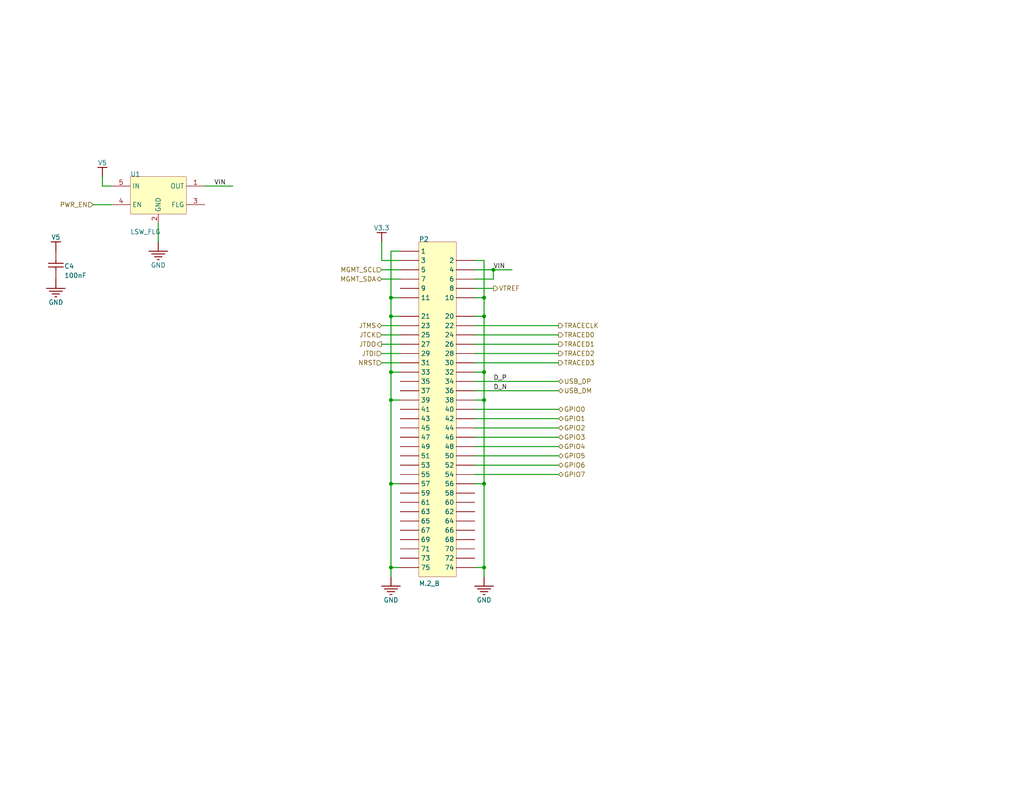
<source format=kicad_sch>
(kicad_sch (version 20231120) (generator "eeschema") (generator_version "8.0")
  (paper "A")
  (lib_symbols
    (symbol "top-altium-import:GND_POWER_GROUND" (power)
      (property "Reference" "#PWR" (at 0 0 0))
      (property "Value" "GND" (at 0 6.35 0))
      (symbol "GND_POWER_GROUND_0_0"
        (polyline (pts (xy -2.54 -2.54) (xy 2.54 -2.54)) (stroke (width 0.254)))
        (polyline (pts (xy -1.778 -3.302) (xy 1.778 -3.302)) (stroke (width 0.254)))
        (polyline (pts (xy -1.016 -4.064) (xy 1.016 -4.064)) (stroke (width 0.254)))
        (polyline (pts (xy -0.254 -4.826) (xy 0.254 -4.826)) (stroke (width 0.254)))
        (polyline (pts (xy 0 0) (xy 0 -2.54)) (stroke (width 0.254)))
        (pin power_in line (at 0 0 0) (length 0) hide (name "GND") (number ""))
      )
    )
    (symbol "top-altium-import:Repeat(TARGET,1,8)_0_LSW_FLG"
      (symbol "Repeat(TARGET,1,8)_0_LSW_FLG_1_0"
        (rectangle (start 7.62 5.08) (end -7.62 -5.08) (stroke (width 0.0254) (color 128 0 0 1)) (fill (type background)))
        (pin passive line (at 12.7 2.54 180) (length 5.08) (name "OUT") (number "1"))
        (pin passive line (at 0 -7.62 90) (length 2.54) (name "GND") (number "2"))
        (pin passive line (at 12.7 -2.54 180) (length 5.08) (name "FLG") (number "3"))
        (pin passive line (at -12.7 -2.54 0) (length 5.08) (name "EN") (number "4"))
        (pin passive line (at -12.7 2.54 0) (length 5.08) (name "IN") (number "5"))
      )
    )
    (symbol "top-altium-import:Repeat(TARGET,1,8)_0_M.2_B"
      (symbol "Repeat(TARGET,1,8)_0_M.2_B_1_0"
        (rectangle (start 5.08 43.18) (end -5.08 -48.26) (stroke (width 0.0254) (color 128 0 0 1)) (fill (type background)))
        (pin passive line (at -10.16 40.64 0) (length 5.08) (name "1") (number "1"))
        (pin passive line (at 10.16 27.94 180) (length 5.08) (name "10") (number "10"))
        (pin passive line (at -10.16 27.94 0) (length 5.08) (name "11") (number "11"))
        (pin passive line (at 10.16 38.1 180) (length 5.08) (name "2") (number "2"))
        (pin passive line (at 10.16 22.86 180) (length 5.08) (name "20") (number "20"))
        (pin passive line (at -10.16 22.86 0) (length 5.08) (name "21") (number "21"))
        (pin passive line (at 10.16 20.32 180) (length 5.08) (name "22") (number "22"))
        (pin passive line (at -10.16 20.32 0) (length 5.08) (name "23") (number "23"))
        (pin passive line (at 10.16 17.78 180) (length 5.08) (name "24") (number "24"))
        (pin passive line (at -10.16 17.78 0) (length 5.08) (name "25") (number "25"))
        (pin passive line (at 10.16 15.24 180) (length 5.08) (name "26") (number "26"))
        (pin passive line (at -10.16 15.24 0) (length 5.08) (name "27") (number "27"))
        (pin passive line (at 10.16 12.7 180) (length 5.08) (name "28") (number "28"))
        (pin passive line (at -10.16 12.7 0) (length 5.08) (name "29") (number "29"))
        (pin passive line (at -10.16 38.1 0) (length 5.08) (name "3") (number "3"))
        (pin passive line (at 10.16 10.16 180) (length 5.08) (name "30") (number "30"))
        (pin passive line (at -10.16 10.16 0) (length 5.08) (name "31") (number "31"))
        (pin passive line (at 10.16 7.62 180) (length 5.08) (name "32") (number "32"))
        (pin passive line (at -10.16 7.62 0) (length 5.08) (name "33") (number "33"))
        (pin passive line (at 10.16 5.08 180) (length 5.08) (name "34") (number "34"))
        (pin passive line (at -10.16 5.08 0) (length 5.08) (name "35") (number "35"))
        (pin passive line (at 10.16 2.54 180) (length 5.08) (name "36") (number "36"))
        (pin passive line (at -10.16 2.54 0) (length 5.08) (name "37") (number "37"))
        (pin passive line (at 10.16 0 180) (length 5.08) (name "38") (number "38"))
        (pin passive line (at -10.16 0 0) (length 5.08) (name "39") (number "39"))
        (pin passive line (at 10.16 35.56 180) (length 5.08) (name "4") (number "4"))
        (pin passive line (at 10.16 -2.54 180) (length 5.08) (name "40") (number "40"))
        (pin passive line (at -10.16 -2.54 0) (length 5.08) (name "41") (number "41"))
        (pin passive line (at 10.16 -5.08 180) (length 5.08) (name "42") (number "42"))
        (pin passive line (at -10.16 -5.08 0) (length 5.08) (name "43") (number "43"))
        (pin passive line (at 10.16 -7.62 180) (length 5.08) (name "44") (number "44"))
        (pin passive line (at -10.16 -7.62 0) (length 5.08) (name "45") (number "45"))
        (pin passive line (at 10.16 -10.16 180) (length 5.08) (name "46") (number "46"))
        (pin passive line (at -10.16 -10.16 0) (length 5.08) (name "47") (number "47"))
        (pin passive line (at 10.16 -12.7 180) (length 5.08) (name "48") (number "48"))
        (pin passive line (at -10.16 -12.7 0) (length 5.08) (name "49") (number "49"))
        (pin passive line (at -10.16 35.56 0) (length 5.08) (name "5") (number "5"))
        (pin passive line (at 10.16 -15.24 180) (length 5.08) (name "50") (number "50"))
        (pin passive line (at -10.16 -15.24 0) (length 5.08) (name "51") (number "51"))
        (pin passive line (at 10.16 -17.78 180) (length 5.08) (name "52") (number "52"))
        (pin passive line (at -10.16 -17.78 0) (length 5.08) (name "53") (number "53"))
        (pin passive line (at 10.16 -20.32 180) (length 5.08) (name "54") (number "54"))
        (pin passive line (at -10.16 -20.32 0) (length 5.08) (name "55") (number "55"))
        (pin passive line (at 10.16 -22.86 180) (length 5.08) (name "56") (number "56"))
        (pin passive line (at -10.16 -22.86 0) (length 5.08) (name "57") (number "57"))
        (pin passive line (at 10.16 -25.4 180) (length 5.08) (name "58") (number "58"))
        (pin passive line (at -10.16 -25.4 0) (length 5.08) (name "59") (number "59"))
        (pin passive line (at 10.16 33.02 180) (length 5.08) (name "6") (number "6"))
        (pin passive line (at 10.16 -27.94 180) (length 5.08) (name "60") (number "60"))
        (pin passive line (at -10.16 -27.94 0) (length 5.08) (name "61") (number "61"))
        (pin passive line (at 10.16 -30.48 180) (length 5.08) (name "62") (number "62"))
        (pin passive line (at -10.16 -30.48 0) (length 5.08) (name "63") (number "63"))
        (pin passive line (at 10.16 -33.02 180) (length 5.08) (name "64") (number "64"))
        (pin passive line (at -10.16 -33.02 0) (length 5.08) (name "65") (number "65"))
        (pin passive line (at 10.16 -35.56 180) (length 5.08) (name "66") (number "66"))
        (pin passive line (at -10.16 -35.56 0) (length 5.08) (name "67") (number "67"))
        (pin passive line (at 10.16 -38.1 180) (length 5.08) (name "68") (number "68"))
        (pin passive line (at -10.16 -38.1 0) (length 5.08) (name "69") (number "69"))
        (pin passive line (at -10.16 33.02 0) (length 5.08) (name "7") (number "7"))
        (pin passive line (at 10.16 -40.64 180) (length 5.08) (name "70") (number "70"))
        (pin passive line (at -10.16 -40.64 0) (length 5.08) (name "71") (number "71"))
        (pin passive line (at 10.16 -43.18 180) (length 5.08) (name "72") (number "72"))
        (pin passive line (at -10.16 -43.18 0) (length 5.08) (name "73") (number "73"))
        (pin passive line (at 10.16 -45.72 180) (length 5.08) (name "74") (number "74"))
        (pin passive line (at -10.16 -45.72 0) (length 5.08) (name "75") (number "75"))
        (pin passive line (at 10.16 30.48 180) (length 5.08) (name "8") (number "8"))
        (pin passive line (at -10.16 30.48 0) (length 5.08) (name "9") (number "9"))
      )
    )
    (symbol "top-altium-import:Repeat(TARGET,1,8)_1_Capacitor"
      (symbol "Repeat(TARGET,1,8)_1_Capacitor_1_0"
        (polyline (pts (xy -2.032 0.762) (xy 2.032 0.762)) (stroke (width 0.254)))
        (polyline (pts (xy 0 0) (xy 0 0.762)) (stroke (width 0.254)))
        (polyline (pts (xy 0 1.778) (xy 0 2.54)) (stroke (width 0.254)))
        (polyline (pts (xy 2.032 1.778) (xy -2.032 1.778)) (stroke (width 0.254)))
        (pin passive line (at 0 -2.54 90) (length 2.54) (name "1") (number "1"))
        (pin passive line (at 0 5.08 270) (length 2.54) (name "2") (number "2"))
      )
    )
    (symbol "top-altium-import:V3.3_BAR" (power)
      (property "Reference" "#PWR" (at 0 0 0))
      (property "Value" "V3.3" (at 0 3.81 0))
      (symbol "V3.3_BAR_0_0"
        (polyline (pts (xy -1.27 -2.54) (xy 1.27 -2.54)) (stroke (width 0.254)))
        (polyline (pts (xy 0 0) (xy 0 -2.54)) (stroke (width 0.254)))
        (pin power_in line (at 0 0 0) (length 0) hide (name "V3.3") (number ""))
      )
    )
    (symbol "top-altium-import:V5_BAR" (power)
      (property "Reference" "#PWR" (at 0 0 0))
      (property "Value" "V5" (at 0 3.81 0))
      (symbol "V5_BAR_0_0"
        (polyline (pts (xy -1.27 -2.54) (xy 1.27 -2.54)) (stroke (width 0.254)))
        (polyline (pts (xy 0 0) (xy 0 -2.54)) (stroke (width 0.254)))
        (pin power_in line (at 0 0 0) (length 0) hide (name "V5") (number ""))
      )
    )
  )
  (junction (at 106.68 109.22))
  (junction (at 132.08 154.94))
  (junction (at 106.68 101.6))
  (junction (at 106.68 86.36))
  (junction (at 132.08 86.36))
  (junction (at 132.08 109.22))
  (junction (at 132.08 132.08))
  (junction (at 134.62 73.66))
  (junction (at 106.68 81.28))
  (junction (at 106.68 132.08))
  (junction (at 132.08 101.6))
  (junction (at 106.68 154.94))
  (junction (at 132.08 81.28))
  (wire (pts (xy 152.4 99.06) (xy 129.54 99.06)) (stroke (width 0.254)))
  (wire (pts (xy 104.14 73.66) (xy 109.22 73.66)) (stroke (width 0.254)))
  (wire (pts (xy 129.54 76.2) (xy 134.62 76.2)) (stroke (width 0.254)))
  (wire (pts (xy 152.4 104.14) (xy 129.54 104.14)) (stroke (width 0.254)))
  (wire (pts (xy 104.14 66.04) (xy 104.14 71.12)) (stroke (width 0.254)))
  (wire (pts (xy 129.54 86.36) (xy 132.08 86.36)) (stroke (width 0.254)))
  (wire (pts (xy 106.68 109.22) (xy 106.68 101.6)) (stroke (width 0.254)))
  (wire (pts (xy 106.68 132.08) (xy 106.68 109.22)) (stroke (width 0.254)))
  (wire (pts (xy 109.22 154.94) (xy 106.68 154.94)) (stroke (width 0.254)))
  (wire (pts (xy 132.08 101.6) (xy 132.08 86.36)) (stroke (width 0.254)))
  (wire (pts (xy 129.54 101.6) (xy 132.08 101.6)) (stroke (width 0.254)))
  (wire (pts (xy 152.4 96.52) (xy 129.54 96.52)) (stroke (width 0.254)))
  (wire (pts (xy 152.4 124.46) (xy 129.54 124.46)) (stroke (width 0.254)))
  (wire (pts (xy 129.54 81.28) (xy 132.08 81.28)) (stroke (width 0.254)))
  (wire (pts (xy 152.4 119.38) (xy 129.54 119.38)) (stroke (width 0.254)))
  (wire (pts (xy 27.94 48.26) (xy 27.94 50.8)) (stroke (width 0.254)))
  (wire (pts (xy 106.68 154.94) (xy 106.68 132.08)) (stroke (width 0.254)))
  (wire (pts (xy 104.14 99.06) (xy 109.22 99.06)) (stroke (width 0.254)))
  (wire (pts (xy 109.22 132.08) (xy 106.68 132.08)) (stroke (width 0.254)))
  (wire (pts (xy 43.18 66.04) (xy 43.18 60.96)) (stroke (width 0.254)))
  (wire (pts (xy 104.14 76.2) (xy 109.22 76.2)) (stroke (width 0.254)))
  (wire (pts (xy 134.62 73.66) (xy 139.7 73.66)) (stroke (width 0.254)))
  (wire (pts (xy 106.68 68.58) (xy 109.22 68.58)) (stroke (width 0.254)))
  (wire (pts (xy 129.54 78.74) (xy 134.62 78.74)) (stroke (width 0.254)))
  (wire (pts (xy 104.14 88.9) (xy 109.22 88.9)) (stroke (width 0.254)))
  (wire (pts (xy 104.14 96.52) (xy 109.22 96.52)) (stroke (width 0.254)))
  (wire (pts (xy 104.14 71.12) (xy 109.22 71.12)) (stroke (width 0.254)))
  (wire (pts (xy 152.4 106.68) (xy 129.54 106.68)) (stroke (width 0.254)))
  (wire (pts (xy 132.08 157.48) (xy 132.08 154.94)) (stroke (width 0.254)))
  (wire (pts (xy 132.08 71.12) (xy 129.54 71.12)) (stroke (width 0.254)))
  (wire (pts (xy 104.14 93.98) (xy 109.22 93.98)) (stroke (width 0.254)))
  (wire (pts (xy 25.4 55.88) (xy 30.48 55.88)) (stroke (width 0.254)))
  (wire (pts (xy 132.08 132.08) (xy 132.08 109.22)) (stroke (width 0.254)))
  (wire (pts (xy 132.08 86.36) (xy 132.08 81.28)) (stroke (width 0.254)))
  (wire (pts (xy 106.68 101.6) (xy 106.68 86.36)) (stroke (width 0.254)))
  (wire (pts (xy 152.4 88.9) (xy 129.54 88.9)) (stroke (width 0.254)))
  (wire (pts (xy 152.4 121.92) (xy 129.54 121.92)) (stroke (width 0.254)))
  (wire (pts (xy 109.22 109.22) (xy 106.68 109.22)) (stroke (width 0.254)))
  (wire (pts (xy 106.68 81.28) (xy 109.22 81.28)) (stroke (width 0.254)))
  (wire (pts (xy 152.4 129.54) (xy 129.54 129.54)) (stroke (width 0.254)))
  (wire (pts (xy 132.08 109.22) (xy 132.08 101.6)) (stroke (width 0.254)))
  (wire (pts (xy 152.4 93.98) (xy 129.54 93.98)) (stroke (width 0.254)))
  (wire (pts (xy 129.54 154.94) (xy 132.08 154.94)) (stroke (width 0.254)))
  (wire (pts (xy 152.4 127) (xy 129.54 127)) (stroke (width 0.254)))
  (wire (pts (xy 129.54 73.66) (xy 134.62 73.66)) (stroke (width 0.254)))
  (wire (pts (xy 106.68 86.36) (xy 109.22 86.36)) (stroke (width 0.254)))
  (wire (pts (xy 106.68 81.28) (xy 106.68 68.58)) (stroke (width 0.254)))
  (wire (pts (xy 134.62 76.2) (xy 134.62 73.66)) (stroke (width 0.254)))
  (wire (pts (xy 106.68 101.6) (xy 109.22 101.6)) (stroke (width 0.254)))
  (wire (pts (xy 152.4 91.44) (xy 129.54 91.44)) (stroke (width 0.254)))
  (wire (pts (xy 106.68 86.36) (xy 106.68 81.28)) (stroke (width 0.254)))
  (wire (pts (xy 106.68 157.48) (xy 106.68 154.94)) (stroke (width 0.254)))
  (wire (pts (xy 104.14 91.44) (xy 109.22 91.44)) (stroke (width 0.254)))
  (wire (pts (xy 129.54 132.08) (xy 132.08 132.08)) (stroke (width 0.254)))
  (wire (pts (xy 152.4 111.76) (xy 129.54 111.76)) (stroke (width 0.254)))
  (wire (pts (xy 55.88 50.8) (xy 63.5 50.8)) (stroke (width 0.254)))
  (wire (pts (xy 132.08 154.94) (xy 132.08 132.08)) (stroke (width 0.254)))
  (wire (pts (xy 27.94 50.8) (xy 30.48 50.8)) (stroke (width 0.254)))
  (wire (pts (xy 129.54 109.22) (xy 132.08 109.22)) (stroke (width 0.254)))
  (wire (pts (xy 132.08 81.28) (xy 132.08 71.12)) (stroke (width 0.254)))
  (wire (pts (xy 152.4 116.84) (xy 129.54 116.84)) (stroke (width 0.254)))
  (wire (pts (xy 152.4 114.3) (xy 129.54 114.3)) (stroke (width 0.254)))
  (label "D_N" (at 134.62 106.68 0))
  (label "VIN" (at 58.42 50.8 0))
  (label "VIN" (at 134.62 73.66 0))
  (label "D_P" (at 134.62 104.14 0))
  (hierarchical_label "GPIO6" (shape bidirectional) (at 152.4 127 0))
  (hierarchical_label "TRACED3" (shape output) (at 152.4 99.06 0))
  (hierarchical_label "JTDO" (shape output) (at 104.14 93.98 180))
  (hierarchical_label "VTREF" (shape output) (at 134.62 78.74 0))
  (hierarchical_label "TRACED2" (shape output) (at 152.4 96.52 0))
  (hierarchical_label "USB_DM" (shape bidirectional) (at 152.4 106.68 0))
  (hierarchical_label "JTMS" (shape bidirectional) (at 104.14 88.9 180))
  (hierarchical_label "GPIO5" (shape bidirectional) (at 152.4 124.46 0))
  (hierarchical_label "GPIO1" (shape bidirectional) (at 152.4 114.3 0))
  (hierarchical_label "GPIO3" (shape bidirectional) (at 152.4 119.38 0))
  (hierarchical_label "GPIO4" (shape bidirectional) (at 152.4 121.92 0))
  (hierarchical_label "NRST" (shape input) (at 104.14 99.06 180))
  (hierarchical_label "TRACED1" (shape output) (at 152.4 93.98 0))
  (hierarchical_label "PWR_EN" (shape input) (at 25.4 55.88 180))
  (hierarchical_label "JTCK" (shape input) (at 104.14 91.44 180))
  (hierarchical_label "TRACECLK" (shape output) (at 152.4 88.9 0))
  (hierarchical_label "MGMT_SCL" (shape input) (at 104.14 73.66 180))
  (hierarchical_label "MGMT_SDA" (shape bidirectional) (at 104.14 76.2 180))
  (hierarchical_label "USB_DP" (shape bidirectional) (at 152.4 104.14 0))
  (hierarchical_label "TRACED0" (shape output) (at 152.4 91.44 0))
  (hierarchical_label "GPIO2" (shape bidirectional) (at 152.4 116.84 0))
  (hierarchical_label "GPIO0" (shape bidirectional) (at 152.4 111.76 0))
  (hierarchical_label "JTDI" (shape input) (at 104.14 96.52 180))
  (hierarchical_label "GPIO7" (shape bidirectional) (at 152.4 129.54 0))
  (symbol (lib_id "top-altium-import:GND_POWER_GROUND") (at 106.68 157.48 0) (unit 1)
    (property "Reference" "#PWR?" (effects (hide yes)))
    (property "Value" "GND" (at 106.68 163.83 0))
  )
  (symbol (lib_id "top-altium-import:V5_BAR") (at 15.24 68.58 180) (unit 1)
    (property "Reference" "#PWR?" (effects (hide yes)))
    (property "Value" "V5" (at 15.24 64.77 0))
  )
  (symbol (lib_id "top-altium-import:GND_POWER_GROUND") (at 43.18 66.04 0) (unit 1)
    (property "Reference" "#PWR?" (effects (hide yes)))
    (property "Value" "GND" (at 43.18 72.39 0))
  )
  (symbol (lib_id "top-altium-import:Repeat(TARGET,1,8)_0_LSW_FLG") (at 43.18 53.34 0) (unit 1)
    (property "Reference" "U1" (at 35.56 48.26 0) (effects (justify left bottom)))
    (property "Value" "LSW_FLG" (at 35.56 64.008 0) (effects (justify left bottom)))
    (property "Footprint" "SOT23-5" (effects (hide yes)))
  )
  (symbol (lib_id "top-altium-import:GND_POWER_GROUND") (at 15.24 76.2 0) (unit 1)
    (property "Reference" "#PWR?" (effects (hide yes)))
    (property "Value" "GND" (at 15.24 82.55 0))
  )
  (symbol (lib_id "top-altium-import:Repeat(TARGET,1,8)_0_M.2_B") (at 119.38 109.22 0) (unit 1)
    (property "Reference" "P2" (at 114.3 66.04 0) (effects (justify left bottom)))
    (property "Value" "M.2_B" (at 114.3 160.02 0) (effects (justify left bottom)))
    (property "Footprint" "M.2_B" (effects (hide yes)))
  )
  (symbol (lib_id "top-altium-import:GND_POWER_GROUND") (at 132.08 157.48 0) (unit 1)
    (property "Reference" "#PWR?" (effects (hide yes)))
    (property "Value" "GND" (at 132.08 163.83 0))
  )
  (symbol (lib_id "top-altium-import:V5_BAR") (at 27.94 48.26 180) (unit 1)
    (property "Reference" "#PWR?" (effects (hide yes)))
    (property "Value" "V5" (at 27.94 44.45 0))
  )
  (symbol (lib_id "top-altium-import:Repeat(TARGET,1,8)_1_Capacitor") (at 15.24 73.66 0) (unit 1)
    (property "Reference" "C4" (at 17.526 73.406 0) (effects (justify left bottom)))
    (property "Value" "${ALTIUM_VALUE}" (at 17.526 75.946 0) (effects (justify left bottom)))
    (property "Footprint" "0402" (effects (hide yes)))
    (property "ALTIUM_VALUE" "100nF" (effects (hide yes)))
  )
  (symbol (lib_id "top-altium-import:V3.3_BAR") (at 104.14 66.04 180) (unit 1)
    (property "Reference" "#PWR?" (effects (hide yes)))
    (property "Value" "V3.3" (at 104.14 62.23 0))
  )
)
</source>
